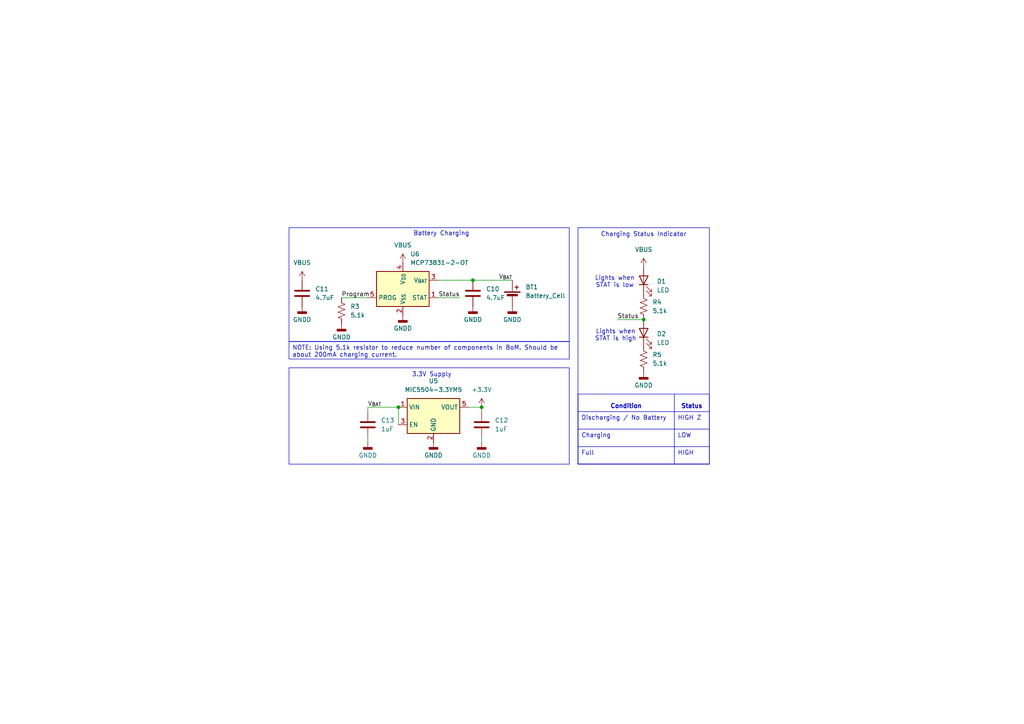
<source format=kicad_sch>
(kicad_sch (version 20250114) (generator "eeschema") (generator_version "9.0")
  (paper "A4")
  (title_block (title "Battery and Power") (company "Dynamite Rocketry"))
  (lib_symbols
    (symbol "Battery_Management:MCP73831-2-OT"
      (property "Reference" "U" (at -7.62 6.35 0))
      (property "Value" "MCP73831-2-OT" (at 1.27 6.35 0))
      (symbol "MCP73831-2-OT_0_1"
        (rectangle (start -7.62 5.08) (end 7.62 -5.08) (stroke (width 0.254)) (fill (type background)))
      )
      (symbol "MCP73831-2-OT_1_1"
        (pin input line (at -10.16 -2.54 0) (length 2.54) (name "PROG") (number "5"))
        (pin power_in line (at 0 7.62 270) (length 2.54) (name "V_{DD}") (number "4"))
        (pin power_in line (at 0 -7.62 90) (length 2.54) (name "V_{SS}") (number "2"))
        (pin power_out line (at 10.16 2.54 180) (length 2.54) (name "V_{BAT}") (number "3"))
        (pin tri_state line (at 10.16 -2.54 180) (length 2.54) (name "STAT") (number "1"))
      )
    )
    (symbol "Device:Battery_Cell" (pin_numbers (hide yes)) (pin_names (offset 0) (hide yes))
      (property "Reference" "BT" (at 2.54 2.54 0))
      (property "Value" "Battery_Cell" (at 2.54 0 0))
      (symbol "Battery_Cell_0_1"
        (rectangle (start -2.286 1.778) (end 2.286 1.524) (fill (type outline)))
        (rectangle (start -1.524 1.016) (end 1.524 0.508) (fill (type outline)))
        (polyline (pts (xy 0 1.778) (xy 0 2.54)))
        (polyline (pts (xy 0 0.762) (xy 0 0)))
        (polyline (pts (xy 0.762 3.048) (xy 1.778 3.048)) (stroke (width 0.254)))
        (polyline (pts (xy 1.27 3.556) (xy 1.27 2.54)) (stroke (width 0.254)))
      )
      (symbol "Battery_Cell_1_1"
        (pin passive line (at 0 5.08 270) (length 2.54) (name "+") (number "1"))
        (pin passive line (at 0 -2.54 90) (length 2.54) (name "-") (number "2"))
      )
    )
    (symbol "Device:C" (pin_numbers (hide yes)) (pin_names (offset 0.254))
      (property "Reference" "C" (at 0.635 2.54 0))
      (property "Value" "C" (at 0.635 -2.54 0))
      (symbol "C_0_1"
        (polyline (pts (xy -2.032 0.762) (xy 2.032 0.762)) (stroke (width 0.508)))
        (polyline (pts (xy -2.032 -0.762) (xy 2.032 -0.762)) (stroke (width 0.508)))
      )
      (symbol "C_1_1"
        (pin passive line (at 0 3.81 270) (length 2.794) (name "~") (number "1"))
        (pin passive line (at 0 -3.81 90) (length 2.794) (name "~") (number "2"))
      )
    )
    (symbol "Device:LED" (pin_numbers (hide yes)) (pin_names (offset 1.016) (hide yes))
      (property "Reference" "D" (at 0 2.54 0))
      (property "Value" "LED" (at 0 -2.54 0))
      (symbol "LED_0_1"
        (polyline (pts (xy -3.048 -0.762) (xy -4.572 -2.286) (xy -3.81 -2.286) (xy -4.572 -2.286) (xy -4.572 -1.524)))
        (polyline (pts (xy -1.778 -0.762) (xy -3.302 -2.286) (xy -2.54 -2.286) (xy -3.302 -2.286) (xy -3.302 -1.524)))
        (polyline (pts (xy -1.27 0) (xy 1.27 0)))
        (polyline (pts (xy -1.27 -1.27) (xy -1.27 1.27)) (stroke (width 0.254)))
        (polyline (pts (xy 1.27 -1.27) (xy 1.27 1.27) (xy -1.27 0) (xy 1.27 -1.27)) (stroke (width 0.254)))
      )
      (symbol "LED_1_1"
        (pin passive line (at -3.81 0 0) (length 2.54) (name "K") (number "1"))
        (pin passive line (at 3.81 0 180) (length 2.54) (name "A") (number "2"))
      )
    )
    (symbol "Device:R_US" (pin_numbers (hide yes)) (pin_names (offset 0))
      (property "Reference" "R" (at 2.54 0 90))
      (property "Value" "R_US" (at -2.54 0 90))
      (symbol "R_US_0_1"
        (polyline (pts (xy 0 2.286) (xy 0 2.54)))
        (polyline (pts (xy 0 2.286) (xy 1.016 1.905) (xy 0 1.524) (xy -1.016 1.143) (xy 0 0.762)))
        (polyline (pts (xy 0 0.762) (xy 1.016 0.381) (xy 0 0) (xy -1.016 -0.381) (xy 0 -0.762)))
        (polyline (pts (xy 0 -0.762) (xy 1.016 -1.143) (xy 0 -1.524) (xy -1.016 -1.905) (xy 0 -2.286)))
        (polyline (pts (xy 0 -2.286) (xy 0 -2.54)))
      )
      (symbol "R_US_1_1"
        (pin passive line (at 0 3.81 270) (length 1.27) (name "~") (number "1"))
        (pin passive line (at 0 -3.81 90) (length 1.27) (name "~") (number "2"))
      )
    )
    (symbol "Regulator_Linear:MIC5504-3.3YM5"
      (property "Reference" "U" (at -7.62 8.89 0))
      (property "Value" "MIC5504-3.3YM5" (at -7.62 6.35 0))
      (symbol "MIC5504-3.3YM5_0_1"
        (rectangle (start -7.62 -5.08) (end 7.62 5.08) (stroke (width 0.254)) (fill (type background)))
      )
      (symbol "MIC5504-3.3YM5_1_1"
        (pin power_in line (at -10.16 2.54 0) (length 2.54) (name "VIN") (number "1"))
        (pin input line (at -10.16 -2.54 0) (length 2.54) (name "EN") (number "3"))
        (pin power_in line (at 0 -7.62 90) (length 2.54) (name "GND") (number "2"))
        (pin no_connect line (at 7.62 -2.54 180) (length 2.54) (hide yes) (name "NC") (number "4"))
        (pin power_out line (at 10.16 2.54 180) (length 2.54) (name "VOUT") (number "5"))
      )
    )
    (symbol "power:+3.3V" (power) (pin_numbers (hide yes)) (pin_names (offset 0) (hide yes))
      (property "Value" "+3.3V" (at 0 3.556 0))
      (symbol "+3.3V_0_1"
        (polyline (pts (xy -0.762 1.27) (xy 0 2.54)))
        (polyline (pts (xy 0 2.54) (xy 0.762 1.27)))
        (polyline (pts (xy 0 0) (xy 0 2.54)))
      )
      (symbol "+3.3V_1_1"
        (pin power_in line (at 0 0 90) (length 0) (name "~") (number "1"))
      )
    )
    (symbol "power:GNDD" (power) (pin_numbers (hide yes)) (pin_names (offset 0) (hide yes))
      (property "Value" "GNDD" (at 0 -3.175 0))
      (symbol "GNDD_0_1"
        (rectangle (start -1.27 -1.524) (end 1.27 -2.032) (stroke (width 0.254)) (fill (type outline)))
        (polyline (pts (xy 0 0) (xy 0 -1.524)))
      )
      (symbol "GNDD_1_1"
        (pin power_in line (at 0 0 270) (length 0) (name "~") (number "1"))
      )
    )
    (symbol "power:VBUS" (power) (pin_numbers (hide yes)) (pin_names (offset 0) (hide yes))
      (property "Value" "VBUS" (at 0 3.556 0))
      (symbol "VBUS_0_1"
        (polyline (pts (xy -0.762 1.27) (xy 0 2.54)))
        (polyline (pts (xy 0 2.54) (xy 0.762 1.27)))
        (polyline (pts (xy 0 0) (xy 0 2.54)))
      )
      (symbol "VBUS_1_1"
        (pin power_in line (at 0 0 90) (length 0) (name "~") (number "1"))
      )
    )
  )
  (rectangle (start 167.64 66.04) (end 205.74 134.62))
  (rectangle (start 83.82 66.04) (end 165.1 99.06))
  (rectangle (start 83.82 106.68) (end 165.1 134.62))
  (text "Lights when\nSTAT is high" (at 178.562 97.282 0) (effects (font (size 1.27 1.27))))
  (text "Battery Charging" (at 128.016 67.818 0) (effects (font (size 1.27 1.27))))
  (text "Lights when\nSTAT is low" (at 178.308 81.788 0) (effects (font (size 1.27 1.27))))
  (text "Charging Status Indicator" (at 186.69 68.072 0) (effects (font (size 1.27 1.27))))
  (text "3.3V Supply" (at 125.222 108.712 0) (effects (font (size 1.27 1.27))))
  (text_box "NOTE: Using 5.1k resistor to reduce number of components in BoM. Should be about 200mA charging current." (at 83.82 99.06 0) (size 81.28 5.08) (margins 0.9525 0.9525 0.9525 0.9525) (effects (font (size 1.27 1.27)) (justify left top)))
  (junction (at 186.69 92.71))
  (junction (at 139.7 118.11))
  (junction (at 115.57 118.11))
  (junction (at 137.16 81.28))
  (wire (pts (xy 127 81.28) (xy 137.16 81.28)))
  (wire (pts (xy 106.68 127) (xy 106.68 128.27)))
  (wire (pts (xy 137.16 81.28) (xy 148.59 81.28)))
  (wire (pts (xy 133.35 86.36) (xy 127 86.36)))
  (wire (pts (xy 135.89 118.11) (xy 139.7 118.11)))
  (wire (pts (xy 139.7 127) (xy 139.7 128.27)))
  (wire (pts (xy 115.57 118.11) (xy 115.57 123.19)))
  (wire (pts (xy 139.7 119.38) (xy 139.7 118.11)))
  (wire (pts (xy 106.68 119.38) (xy 106.68 118.11)))
  (wire (pts (xy 106.68 118.11) (xy 115.57 118.11)))
  (wire (pts (xy 99.06 86.36) (xy 106.68 86.36)))
  (wire (pts (xy 179.07 92.71) (xy 186.69 92.71)))
  (table (column_count 2) (border (external yes) (header yes)) (separators (rows yes) (cols yes)) (column_widths 27.94 10.16) (row_heights 5.08 5.08 5.08 5.08 0) (cells (table_cell "Condition" (at 167.64 114.3 0) (size 27.94 5.08) (margins 0.9525 0.9525 0.9525 0.9525) (span 1 1)) (table_cell "Status" (at 195.58 114.3 0) (size 10.16 5.08) (margins 0.9525 0.9525 0.9525 0.9525) (span 1 1)) (table_cell "Discharging / No Battery" (at 167.64 119.38 0) (size 27.94 5.08) (margins 0.9525 0.9525 0.9525 0.9525) (span 1 1)) (table_cell "HIGH Z" (at 195.58 119.38 0) (size 10.16 5.08) (margins 0.9525 0.9525 0.9525 0.9525) (span 1 1)) (table_cell "Charging" (at 167.64 124.46 0) (size 27.94 5.08) (margins 0.9525 0.9525 0.9525 0.9525) (span 1 1)) (table_cell "LOW" (at 195.58 124.46 0) (size 10.16 5.08) (margins 0.9525 0.9525 0.9525 0.9525) (span 1 1)) (table_cell "Full" (at 167.64 129.54 0) (size 27.94 5.08) (margins 0.9525 0.9525 0.9525 0.9525) (span 1 1)) (table_cell "HIGH" (at 195.58 129.54 0) (size 10.16 5.08) (margins 0.9525 0.9525 0.9525 0.9525) (span 1 1)) (table_cell "" (at 167.64 134.62 0) (size 27.94 0) (margins 0.9525 0.9525 0.9525 0.9525) (span 1 1)) (table_cell "" (at 195.58 134.62 0) (size 10.16 0) (margins 0.9525 0.9525 0.9525 0.9525) (span 1 1))))
  (label "V_{BAT}" (at 148.59 81.28 180))
  (label "V_{BAT}" (at 106.68 118.11 0))
  (label "Status" (at 179.07 92.71 0))
  (label "Program" (at 99.06 86.36 0))
  (label "Status" (at 133.35 86.36 180))
  (symbol (lib_id "Device:C") (at 87.63 85.09 0) (unit 1)
    (property "Reference" "C11" (at 91.44 83.8199 0) (effects (justify left)))
    (property "Value" "4.7uF" (at 91.44 86.3599 0) (effects (justify left)))
    (property "Footprint" "Capacitor_SMD:C_0603_1608Metric_Pad1.08x0.95mm_HandSolder" (effects (hide yes)))
    (property "Description" "Unpolarized capacitor" (effects (hide yes)))
  )
  (symbol (lib_id "power:GNDD") (at 106.68 128.27 0) (unit 1)
    (property "Reference" "#PWR045" (effects (hide yes)))
    (property "Value" "GNDD" (at 106.68 132.08 0))
    (property "Description" "Power symbol creates a global label with name \"GNDD\" , digital ground" (effects (hide yes)))
  )
  (symbol (lib_id "power:GNDD") (at 137.16 88.9 0) (unit 1)
    (property "Reference" "#PWR039" (effects (hide yes)))
    (property "Value" "GNDD" (at 137.16 92.71 0))
    (property "Description" "Power symbol creates a global label with name \"GNDD\" , digital ground" (effects (hide yes)))
  )
  (symbol (lib_id "Regulator_Linear:MIC5504-3.3YM5") (at 125.73 120.65 0) (unit 1)
    (property "Reference" "U5" (at 125.73 110.49 0))
    (property "Value" "MIC5504-3.3YM5" (at 125.73 113.03 0))
    (property "Footprint" "Package_TO_SOT_SMD:SOT-23-5" (effects (hide yes)))
    (property "Datasheet" "http://ww1.microchip.com/downloads/en/DeviceDoc/MIC550X.pdf" (effects (hide yes)))
    (property "Description" "300mA Low-dropout Voltage Regulator, Vout 3.3V, Vin up to 5.5V, SOT-23" (effects (hide yes)))
  )
  (symbol (lib_id "power:VBUS") (at 116.84 76.2 0) (unit 1)
    (property "Reference" "#PWR033" (effects (hide yes)))
    (property "Value" "VBUS" (at 116.84 71.12 0))
    (property "Description" "Power symbol creates a global label with name \"VBUS\"" (effects (hide yes)))
  )
  (symbol (lib_id "Device:R_US") (at 99.06 90.17 0) (unit 1)
    (property "Reference" "R3" (at 101.6 88.8999 0) (effects (justify left)))
    (property "Value" "5.1k" (at 101.6 91.4399 0) (effects (justify left)))
    (property "Footprint" "Resistor_SMD:R_0603_1608Metric_Pad0.98x0.95mm_HandSolder" (effects (hide yes)))
    (property "Description" "Resistor, US symbol" (effects (hide yes)))
  )
  (symbol (lib_id "Battery_Management:MCP73831-2-OT") (at 116.84 83.82 0) (unit 1)
    (property "Reference" "U6" (at 118.9833 73.66 0) (effects (justify left)))
    (property "Value" "MCP73831-2-OT" (at 118.9833 76.2 0) (effects (justify left)))
    (property "Footprint" "Package_TO_SOT_SMD:SOT-23-5" (effects (hide yes)))
    (property "Datasheet" "http://ww1.microchip.com/downloads/en/DeviceDoc/20001984g.pdf" (effects (hide yes)))
    (property "Description" "Single cell, Li-Ion/Li-Po charge management controller, 4.20V, Tri-State Status Output, in SOT23-5 package" (effects (hide yes)))
  )
  (symbol (lib_id "Device:Battery_Cell") (at 148.59 86.36 0) (unit 1)
    (property "Reference" "BT1" (at 152.4 83.2484 0) (effects (justify left)))
    (property "Value" "Battery_Cell" (at 152.4 85.7884 0) (effects (justify left)))
    (property "Footprint" "Connector_JST:JST_PH_S2B-PH-K_1x02_P2.00mm_Horizontal" (effects (hide yes)))
    (property "Description" "Single-cell battery" (effects (hide yes)))
  )
  (symbol (lib_id "power:VBUS") (at 186.69 77.47 0) (unit 1)
    (property "Reference" "#PWR036" (effects (hide yes)))
    (property "Value" "VBUS" (at 186.69 72.39 0))
    (property "Description" "Power symbol creates a global label with name \"VBUS\"" (effects (hide yes)))
  )
  (symbol (lib_id "power:GNDD") (at 148.59 88.9 0) (unit 1)
    (property "Reference" "#PWR038" (effects (hide yes)))
    (property "Value" "GNDD" (at 148.59 92.71 0))
    (property "Description" "Power symbol creates a global label with name \"GNDD\" , digital ground" (effects (hide yes)))
  )
  (symbol (lib_id "Device:C") (at 137.16 85.09 0) (unit 1)
    (property "Reference" "C10" (at 140.97 83.8199 0) (effects (justify left)))
    (property "Value" "4.7uF" (at 140.97 86.3599 0) (effects (justify left)))
    (property "Footprint" "Capacitor_SMD:C_0603_1608Metric_Pad1.08x0.95mm_HandSolder" (effects (hide yes)))
    (property "Description" "Unpolarized capacitor" (effects (hide yes)))
  )
  (symbol (lib_id "Device:R_US") (at 186.69 88.9 0) (unit 1)
    (property "Reference" "R4" (at 189.23 87.6299 0) (effects (justify left)))
    (property "Value" "5.1k" (at 189.23 90.1699 0) (effects (justify left)))
    (property "Footprint" "Resistor_SMD:R_0603_1608Metric_Pad0.98x0.95mm_HandSolder" (effects (hide yes)))
    (property "Description" "Resistor, US symbol" (effects (hide yes)))
  )
  (symbol (lib_id "power:GNDD") (at 99.06 93.98 0) (unit 1)
    (property "Reference" "#PWR035" (effects (hide yes)))
    (property "Value" "GNDD" (at 99.06 97.79 0))
    (property "Description" "Power symbol creates a global label with name \"GNDD\" , digital ground" (effects (hide yes)))
  )
  (symbol (lib_id "Device:C") (at 139.7 123.19 0) (unit 1)
    (property "Reference" "C12" (at 143.51 121.9199 0) (effects (justify left)))
    (property "Value" "1uF" (at 143.51 124.4599 0) (effects (justify left)))
    (property "Footprint" "Capacitor_SMD:C_0603_1608Metric_Pad1.08x0.95mm_HandSolder" (effects (hide yes)))
    (property "Description" "Unpolarized capacitor" (effects (hide yes)))
  )
  (symbol (lib_id "power:VBUS") (at 87.63 81.28 0) (unit 1)
    (property "Reference" "#PWR040" (effects (hide yes)))
    (property "Value" "VBUS" (at 87.63 76.2 0))
    (property "Description" "Power symbol creates a global label with name \"VBUS\"" (effects (hide yes)))
  )
  (symbol (lib_id "power:GNDD") (at 125.73 128.27 0) (unit 1)
    (property "Reference" "#PWR042" (effects (hide yes)))
    (property "Value" "GNDD" (at 125.73 132.08 0))
    (property "Description" "Power symbol creates a global label with name \"GNDD\" , digital ground" (effects (hide yes)))
  )
  (symbol (lib_id "Device:LED") (at 186.69 81.28 90) (unit 1)
    (property "Reference" "D1" (at 190.5 81.5974 90) (effects (justify right)))
    (property "Value" "LED" (at 190.5 84.1374 90) (effects (justify right)))
    (property "Footprint" "LED_SMD:LED_0603_1608Metric_Pad1.05x0.95mm_HandSolder" (effects (hide yes)))
    (property "Description" "Light emitting diode" (effects (hide yes)))
    (property "Sim.Pins" "1=K 2=A" (effects (hide yes)))
  )
  (symbol (lib_id "power:GNDD") (at 139.7 128.27 0) (unit 1)
    (property "Reference" "#PWR044" (effects (hide yes)))
    (property "Value" "GNDD" (at 139.7 132.08 0))
    (property "Description" "Power symbol creates a global label with name \"GNDD\" , digital ground" (effects (hide yes)))
  )
  (symbol (lib_id "power:+3.3V") (at 139.7 118.11 0) (unit 1)
    (property "Reference" "#PWR043" (effects (hide yes)))
    (property "Value" "+3.3V" (at 139.7 113.03 0))
    (property "Description" "Power symbol creates a global label with name \"+3.3V\"" (effects (hide yes)))
  )
  (symbol (lib_id "Device:R_US") (at 186.69 104.14 0) (unit 1)
    (property "Reference" "R5" (at 189.23 102.8699 0) (effects (justify left)))
    (property "Value" "5.1k" (at 189.23 105.4099 0) (effects (justify left)))
    (property "Footprint" "Resistor_SMD:R_0603_1608Metric_Pad0.98x0.95mm_HandSolder" (effects (hide yes)))
    (property "Description" "Resistor, US symbol" (effects (hide yes)))
  )
  (symbol (lib_id "Device:LED") (at 186.69 96.52 90) (unit 1)
    (property "Reference" "D2" (at 190.5 96.8374 90) (effects (justify right)))
    (property "Value" "LED" (at 190.5 99.3774 90) (effects (justify right)))
    (property "Footprint" "LED_SMD:LED_0603_1608Metric_Pad1.05x0.95mm_HandSolder" (effects (hide yes)))
    (property "Description" "Light emitting diode" (effects (hide yes)))
    (property "Sim.Pins" "1=K 2=A" (effects (hide yes)))
  )
  (symbol (lib_id "power:GNDD") (at 87.63 88.9 0) (unit 1)
    (property "Reference" "#PWR041" (effects (hide yes)))
    (property "Value" "GNDD" (at 87.63 92.71 0))
    (property "Description" "Power symbol creates a global label with name \"GNDD\" , digital ground" (effects (hide yes)))
  )
  (symbol (lib_id "power:GNDD") (at 186.69 107.95 0) (unit 1)
    (property "Reference" "#PWR037" (effects (hide yes)))
    (property "Value" "GNDD" (at 186.69 111.76 0))
    (property "Description" "Power symbol creates a global label with name \"GNDD\" , digital ground" (effects (hide yes)))
  )
  (symbol (lib_id "Device:C") (at 106.68 123.19 0) (unit 1)
    (property "Reference" "C13" (at 110.49 121.9199 0) (effects (justify left)))
    (property "Value" "1uF" (at 110.49 124.4599 0) (effects (justify left)))
    (property "Footprint" "Capacitor_SMD:C_0603_1608Metric_Pad1.08x0.95mm_HandSolder" (effects (hide yes)))
    (property "Description" "Unpolarized capacitor" (effects (hide yes)))
  )
  (symbol (lib_id "power:GNDD") (at 116.84 91.44 0) (unit 1)
    (property "Reference" "#PWR034" (effects (hide yes)))
    (property "Value" "GNDD" (at 116.84 95.25 0))
    (property "Description" "Power symbol creates a global label with name \"GNDD\" , digital ground" (effects (hide yes)))
  )
)
</source>
